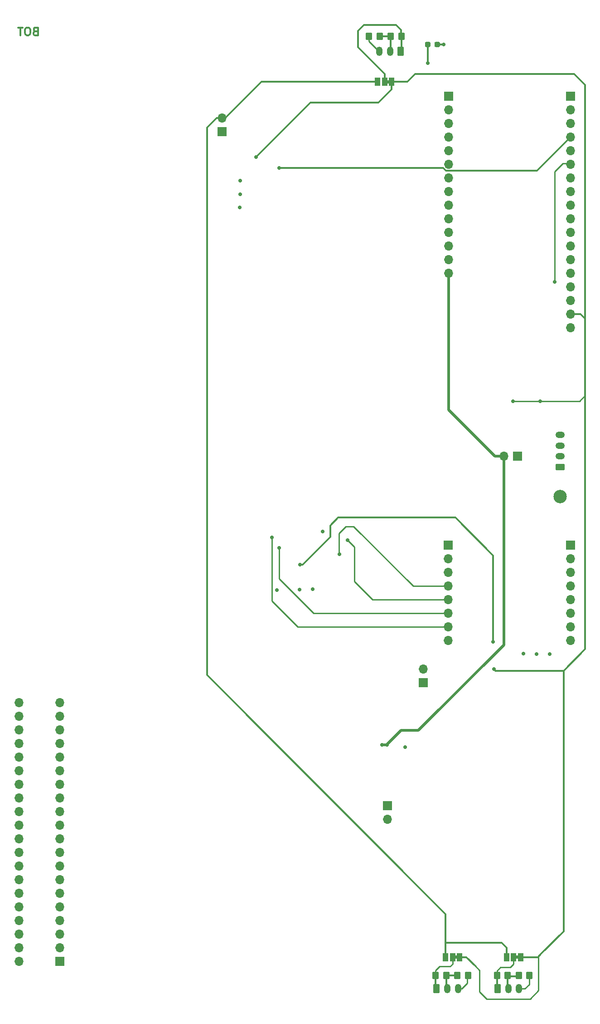
<source format=gbr>
%TF.GenerationSoftware,KiCad,Pcbnew,7.0.1*%
%TF.CreationDate,2023-12-13T20:39:24+01:00*%
%TF.ProjectId,big_pcb,6269675f-7063-4622-9e6b-696361645f70,rev?*%
%TF.SameCoordinates,Original*%
%TF.FileFunction,Copper,L4,Bot*%
%TF.FilePolarity,Positive*%
%FSLAX46Y46*%
G04 Gerber Fmt 4.6, Leading zero omitted, Abs format (unit mm)*
G04 Created by KiCad (PCBNEW 7.0.1) date 2023-12-13 20:39:24*
%MOMM*%
%LPD*%
G01*
G04 APERTURE LIST*
G04 Aperture macros list*
%AMRoundRect*
0 Rectangle with rounded corners*
0 $1 Rounding radius*
0 $2 $3 $4 $5 $6 $7 $8 $9 X,Y pos of 4 corners*
0 Add a 4 corners polygon primitive as box body*
4,1,4,$2,$3,$4,$5,$6,$7,$8,$9,$2,$3,0*
0 Add four circle primitives for the rounded corners*
1,1,$1+$1,$2,$3*
1,1,$1+$1,$4,$5*
1,1,$1+$1,$6,$7*
1,1,$1+$1,$8,$9*
0 Add four rect primitives between the rounded corners*
20,1,$1+$1,$2,$3,$4,$5,0*
20,1,$1+$1,$4,$5,$6,$7,0*
20,1,$1+$1,$6,$7,$8,$9,0*
20,1,$1+$1,$8,$9,$2,$3,0*%
G04 Aperture macros list end*
%ADD10C,0.300000*%
%TA.AperFunction,NonConductor*%
%ADD11C,0.300000*%
%TD*%
%TA.AperFunction,ComponentPad*%
%ADD12R,1.700000X1.700000*%
%TD*%
%TA.AperFunction,ComponentPad*%
%ADD13O,1.700000X1.700000*%
%TD*%
%TA.AperFunction,ComponentPad*%
%ADD14RoundRect,0.250000X0.350000X0.625000X-0.350000X0.625000X-0.350000X-0.625000X0.350000X-0.625000X0*%
%TD*%
%TA.AperFunction,ComponentPad*%
%ADD15O,1.200000X1.750000*%
%TD*%
%TA.AperFunction,ComponentPad*%
%ADD16RoundRect,0.250000X0.625000X-0.350000X0.625000X0.350000X-0.625000X0.350000X-0.625000X-0.350000X0*%
%TD*%
%TA.AperFunction,ComponentPad*%
%ADD17O,1.750000X1.200000*%
%TD*%
%TA.AperFunction,ComponentPad*%
%ADD18RoundRect,0.250000X-0.350000X-0.625000X0.350000X-0.625000X0.350000X0.625000X-0.350000X0.625000X0*%
%TD*%
%TA.AperFunction,ComponentPad*%
%ADD19C,2.500000*%
%TD*%
%TA.AperFunction,SMDPad,CuDef*%
%ADD20RoundRect,0.250000X0.350000X0.450000X-0.350000X0.450000X-0.350000X-0.450000X0.350000X-0.450000X0*%
%TD*%
%TA.AperFunction,SMDPad,CuDef*%
%ADD21RoundRect,0.250000X-0.350000X-0.450000X0.350000X-0.450000X0.350000X0.450000X-0.350000X0.450000X0*%
%TD*%
%TA.AperFunction,SMDPad,CuDef*%
%ADD22R,1.000000X1.500000*%
%TD*%
%TA.AperFunction,SMDPad,CuDef*%
%ADD23RoundRect,0.237500X0.287500X0.237500X-0.287500X0.237500X-0.287500X-0.237500X0.287500X-0.237500X0*%
%TD*%
%TA.AperFunction,ViaPad*%
%ADD24C,0.700000*%
%TD*%
%TA.AperFunction,Conductor*%
%ADD25C,0.500000*%
%TD*%
%TA.AperFunction,Conductor*%
%ADD26C,0.300000*%
%TD*%
%TA.AperFunction,Conductor*%
%ADD27C,0.250000*%
%TD*%
G04 APERTURE END LIST*
D10*
D11*
X151602857Y-52410714D02*
X151388571Y-52482142D01*
X151388571Y-52482142D02*
X151317142Y-52553571D01*
X151317142Y-52553571D02*
X151245714Y-52696428D01*
X151245714Y-52696428D02*
X151245714Y-52910714D01*
X151245714Y-52910714D02*
X151317142Y-53053571D01*
X151317142Y-53053571D02*
X151388571Y-53125000D01*
X151388571Y-53125000D02*
X151531428Y-53196428D01*
X151531428Y-53196428D02*
X152102857Y-53196428D01*
X152102857Y-53196428D02*
X152102857Y-51696428D01*
X152102857Y-51696428D02*
X151602857Y-51696428D01*
X151602857Y-51696428D02*
X151460000Y-51767857D01*
X151460000Y-51767857D02*
X151388571Y-51839285D01*
X151388571Y-51839285D02*
X151317142Y-51982142D01*
X151317142Y-51982142D02*
X151317142Y-52125000D01*
X151317142Y-52125000D02*
X151388571Y-52267857D01*
X151388571Y-52267857D02*
X151460000Y-52339285D01*
X151460000Y-52339285D02*
X151602857Y-52410714D01*
X151602857Y-52410714D02*
X152102857Y-52410714D01*
X150317142Y-51696428D02*
X150031428Y-51696428D01*
X150031428Y-51696428D02*
X149888571Y-51767857D01*
X149888571Y-51767857D02*
X149745714Y-51910714D01*
X149745714Y-51910714D02*
X149674285Y-52196428D01*
X149674285Y-52196428D02*
X149674285Y-52696428D01*
X149674285Y-52696428D02*
X149745714Y-52982142D01*
X149745714Y-52982142D02*
X149888571Y-53125000D01*
X149888571Y-53125000D02*
X150031428Y-53196428D01*
X150031428Y-53196428D02*
X150317142Y-53196428D01*
X150317142Y-53196428D02*
X150460000Y-53125000D01*
X150460000Y-53125000D02*
X150602857Y-52982142D01*
X150602857Y-52982142D02*
X150674285Y-52696428D01*
X150674285Y-52696428D02*
X150674285Y-52196428D01*
X150674285Y-52196428D02*
X150602857Y-51910714D01*
X150602857Y-51910714D02*
X150460000Y-51767857D01*
X150460000Y-51767857D02*
X150317142Y-51696428D01*
X149245713Y-51696428D02*
X148388571Y-51696428D01*
X148817142Y-53196428D02*
X148817142Y-51696428D01*
%TA.AperFunction,EtchedComponent*%
%TO.C,JP5*%
G36*
X241850000Y-225390000D02*
G01*
X241350000Y-225390000D01*
X241350000Y-224790000D01*
X241850000Y-224790000D01*
X241850000Y-225390000D01*
G37*
%TD.AperFunction*%
%TA.AperFunction,EtchedComponent*%
%TO.C,JP6*%
G36*
X217760000Y-62120000D02*
G01*
X217260000Y-62120000D01*
X217260000Y-61520000D01*
X217760000Y-61520000D01*
X217760000Y-62120000D01*
G37*
%TD.AperFunction*%
%TA.AperFunction,EtchedComponent*%
%TO.C,JP4*%
G36*
X230450000Y-225390000D02*
G01*
X229950000Y-225390000D01*
X229950000Y-224790000D01*
X230450000Y-224790000D01*
X230450000Y-225390000D01*
G37*
%TD.AperFunction*%
%TD*%
D12*
%TO.P,JP2,1,A*%
%TO.N,Net-(JP2-A)*%
X224120000Y-173900000D03*
D13*
%TO.P,JP2,2,B*%
%TO.N,+3.3VA*%
X224120000Y-171360000D03*
%TD*%
D14*
%TO.P,J10,1,Pin_1*%
%TO.N,Net-(J10-Pin_1)*%
X219860000Y-56130000D03*
D15*
%TO.P,J10,2,Pin_2*%
%TO.N,/HALL_TOP*%
X217860000Y-56130000D03*
%TO.P,J10,3,Pin_3*%
%TO.N,GND*%
X215860000Y-56130000D03*
%TD*%
D12*
%TO.P,JP3,1,A*%
%TO.N,Net-(JP3-A)*%
X186477500Y-71140000D03*
D13*
%TO.P,JP3,2,B*%
%TO.N,+3.3VP*%
X186477500Y-68600000D03*
%TD*%
D12*
%TO.P,J4,1,Pin_1*%
%TO.N,unconnected-(J4-Pin_1-Pad1)*%
X228710000Y-148250000D03*
D13*
%TO.P,J4,2,Pin_2*%
%TO.N,unconnected-(J4-Pin_2-Pad2)*%
X228710000Y-150790000D03*
%TO.P,J4,3,Pin_3*%
%TO.N,unconnected-(J4-Pin_3-Pad3)*%
X228710000Y-153330000D03*
%TO.P,J4,4,Pin_4*%
%TO.N,/SD_D5_SCK*%
X228710000Y-155870000D03*
%TO.P,J4,5,Pin_5*%
%TO.N,/SD_D6_MISO*%
X228710000Y-158410000D03*
%TO.P,J4,6,Pin_6*%
%TO.N,/SD_D7_MOSI*%
X228710000Y-160950000D03*
%TO.P,J4,7,Pin_7*%
%TO.N,/SD_D8_CS*%
X228710000Y-163490000D03*
%TO.P,J4,8,Pin_8*%
%TO.N,+3.3VA*%
X228710000Y-166030000D03*
%TD*%
D12*
%TO.P,J1,1,Pin_1*%
%TO.N,/SPI_CS*%
X228800000Y-64530000D03*
D13*
%TO.P,J1,2,Pin_2*%
%TO.N,Net-(J1-Pin_2)*%
X228800000Y-67070000D03*
%TO.P,J1,3,Pin_3*%
%TO.N,Net-(J1-Pin_3)*%
X228800000Y-69610000D03*
%TO.P,J1,4,Pin_4*%
%TO.N,/SPI_MISO*%
X228800000Y-72150000D03*
%TO.P,J1,5,Pin_5*%
%TO.N,/DVP_Y5*%
X228800000Y-74690000D03*
%TO.P,J1,6,Pin_6*%
%TO.N,/DVP_PCLK*%
X228800000Y-77230000D03*
%TO.P,J1,7,Pin_7*%
%TO.N,/VSYNC*%
X228800000Y-79770000D03*
%TO.P,J1,8,Pin_8*%
%TO.N,/DVP_Y7*%
X228800000Y-82310000D03*
%TO.P,J1,9,Pin_9*%
%TO.N,/DISP_HRDY*%
X228800000Y-84850000D03*
%TO.P,J1,10,Pin_10*%
%TO.N,/DISP_RST*%
X228800000Y-87390000D03*
%TO.P,J1,11,Pin_11*%
%TO.N,unconnected-(J1-Pin_11-Pad11)*%
X228800000Y-89930000D03*
%TO.P,J1,12,Pin_12*%
%TO.N,/D-*%
X228800000Y-92470000D03*
%TO.P,J1,13,Pin_13*%
%TO.N,/D+*%
X228800000Y-95010000D03*
%TO.P,J1,14,Pin_14*%
%TO.N,+5V*%
X228800000Y-97550000D03*
%TD*%
D16*
%TO.P,J6,1,Pin_1*%
%TO.N,GND*%
X249650000Y-133690000D03*
D17*
%TO.P,J6,2,Pin_2*%
%TO.N,Net-(J6-Pin_2)*%
X249650000Y-131690000D03*
%TO.P,J6,3,Pin_3*%
%TO.N,/SCL*%
X249650000Y-129690000D03*
%TO.P,J6,4,Pin_4*%
%TO.N,/SDA*%
X249650000Y-127690000D03*
%TD*%
D18*
%TO.P,J9,1,Pin_1*%
%TO.N,Net-(J9-Pin_1)*%
X237960000Y-231000000D03*
D15*
%TO.P,J9,2,Pin_2*%
%TO.N,/HALL_RIGHT*%
X239960000Y-231000000D03*
%TO.P,J9,3,Pin_3*%
%TO.N,GND*%
X241960000Y-231000000D03*
%TD*%
D12*
%TO.P,JP8,1,A*%
%TO.N,Net-(J6-Pin_2)*%
X241660000Y-131660000D03*
D13*
%TO.P,JP8,2,B*%
%TO.N,+5V*%
X239120000Y-131660000D03*
%TD*%
D12*
%TO.P,J2,1,Pin_1*%
%TO.N,/LED*%
X251580000Y-64520000D03*
D13*
%TO.P,J2,2,Pin_2*%
%TO.N,/SW_DISP_SD*%
X251580000Y-67060000D03*
%TO.P,J2,3,Pin_3*%
%TO.N,/HALL_TOP*%
X251580000Y-69600000D03*
%TO.P,J2,4,Pin_4*%
%TO.N,/EN_PWR_HALL*%
X251580000Y-72140000D03*
%TO.P,J2,5,Pin_5*%
%TO.N,/DVP_Y6*%
X251580000Y-74680000D03*
%TO.P,J2,6,Pin_6*%
%TO.N,/HALL_LEFT*%
X251580000Y-77220000D03*
%TO.P,J2,7,Pin_7*%
%TO.N,/EN_PWR_DISP*%
X251580000Y-79760000D03*
%TO.P,J2,8,Pin_8*%
%TO.N,/EN_PWR_SD*%
X251580000Y-82300000D03*
%TO.P,J2,9,Pin_9*%
%TO.N,/CAM_SDA*%
X251580000Y-84840000D03*
%TO.P,J2,10,Pin_10*%
%TO.N,/CAM_SCL*%
X251580000Y-87380000D03*
%TO.P,J2,11,Pin_11*%
%TO.N,/HALL_RIGHT*%
X251580000Y-89920000D03*
%TO.P,J2,12,Pin_12*%
%TO.N,/BATT_SCL*%
X251580000Y-92460000D03*
%TO.P,J2,13,Pin_13*%
%TO.N,/BATT_SDA*%
X251580000Y-95000000D03*
%TO.P,J2,14,Pin_14*%
%TO.N,unconnected-(J2-Pin_14-Pad14)*%
X251580000Y-97540000D03*
%TO.P,J2,15,Pin_15*%
%TO.N,GND*%
X251580000Y-100080000D03*
%TO.P,J2,16,Pin_16*%
%TO.N,unconnected-(J2-Pin_16-Pad16)*%
X251580000Y-102620000D03*
%TO.P,J2,17,Pin_17*%
%TO.N,+3.3V*%
X251580000Y-105160000D03*
%TO.P,J2,18,Pin_18*%
%TO.N,/ESP_RST#*%
X251580000Y-107700000D03*
%TD*%
D18*
%TO.P,J8,1,Pin_1*%
%TO.N,Net-(J8-Pin_1)*%
X226560000Y-231000000D03*
D15*
%TO.P,J8,2,Pin_2*%
%TO.N,/HALL_LEFT*%
X228560000Y-231000000D03*
%TO.P,J8,3,Pin_3*%
%TO.N,GND*%
X230560000Y-231000000D03*
%TD*%
D12*
%TO.P,JP1,1,A*%
%TO.N,Net-(JP1-A)*%
X217350000Y-196840000D03*
D13*
%TO.P,JP1,2,B*%
%TO.N,+5VD*%
X217350000Y-199380000D03*
%TD*%
D19*
%TO.P,TP4,1,1*%
%TO.N,GND*%
X249680000Y-139220000D03*
%TD*%
D12*
%TO.P,J5,1,Pin_1*%
%TO.N,unconnected-(J5-Pin_1-Pad1)*%
X251570000Y-148250000D03*
D13*
%TO.P,J5,2,Pin_2*%
%TO.N,unconnected-(J5-Pin_2-Pad2)*%
X251570000Y-150790000D03*
%TO.P,J5,3,Pin_3*%
%TO.N,unconnected-(J5-Pin_3-Pad3)*%
X251570000Y-153330000D03*
%TO.P,J5,4,Pin_4*%
%TO.N,unconnected-(J5-Pin_4-Pad4)*%
X251570000Y-155870000D03*
%TO.P,J5,5,Pin_5*%
%TO.N,unconnected-(J5-Pin_5-Pad5)*%
X251570000Y-158410000D03*
%TO.P,J5,6,Pin_6*%
%TO.N,unconnected-(J5-Pin_6-Pad6)*%
X251570000Y-160950000D03*
%TO.P,J5,7,Pin_7*%
%TO.N,GND*%
X251570000Y-163490000D03*
%TO.P,J5,8,Pin_8*%
%TO.N,unconnected-(J5-Pin_8-Pad8)*%
X251570000Y-166030000D03*
%TD*%
D20*
%TO.P,R34,1*%
%TO.N,GND*%
X243920000Y-228510000D03*
%TO.P,R34,2*%
%TO.N,/HALL_RIGHT*%
X241920000Y-228510000D03*
%TD*%
D21*
%TO.P,R21,1*%
%TO.N,Net-(J8-Pin_1)*%
X226380000Y-228510000D03*
%TO.P,R21,2*%
%TO.N,/HALL_LEFT*%
X228380000Y-228510000D03*
%TD*%
D12*
%TO.P,J3,1,Pin_1*%
%TO.N,Net-(J3-Pin_1)*%
X156140000Y-225890000D03*
D13*
%TO.P,J3,2,Pin_2*%
%TO.N,+5VD*%
X148520000Y-225890000D03*
%TO.P,J3,3,Pin_3*%
%TO.N,/DISP_SDA*%
X156140000Y-223350000D03*
%TO.P,J3,4,Pin_4*%
%TO.N,+5VD*%
X148520000Y-223350000D03*
%TO.P,J3,5,Pin_5*%
%TO.N,/DISP_SCL*%
X156140000Y-220810000D03*
%TO.P,J3,6,Pin_6*%
%TO.N,GND*%
X148520000Y-220810000D03*
%TO.P,J3,7,Pin_7*%
%TO.N,/P4_free*%
X156140000Y-218270000D03*
%TO.P,J3,8,Pin_8*%
%TO.N,/P_TX_free*%
X148520000Y-218270000D03*
%TO.P,J3,9,Pin_9*%
%TO.N,GND*%
X156140000Y-215730000D03*
%TO.P,J3,10,Pin_10*%
%TO.N,/P_RX_free*%
X148520000Y-215730000D03*
%TO.P,J3,11,Pin_11*%
%TO.N,/DISP_RST*%
X156140000Y-213190000D03*
%TO.P,J3,12,Pin_12*%
%TO.N,/P18_free*%
X148520000Y-213190000D03*
%TO.P,J3,13,Pin_13*%
%TO.N,/P27_free*%
X156140000Y-210650000D03*
%TO.P,J3,14,Pin_14*%
%TO.N,GND*%
X148520000Y-210650000D03*
%TO.P,J3,15,Pin_15*%
%TO.N,/P22_free*%
X156140000Y-208110000D03*
%TO.P,J3,16,Pin_16*%
%TO.N,/P23_free*%
X148520000Y-208110000D03*
%TO.P,J3,17,Pin_17*%
%TO.N,Net-(J3-Pin_17)*%
X156140000Y-205570000D03*
%TO.P,J3,18,Pin_18*%
%TO.N,/DISP_HRDY*%
X148520000Y-205570000D03*
%TO.P,J3,19,Pin_19*%
%TO.N,/DISP_MOSI*%
X156140000Y-203030000D03*
%TO.P,J3,20,Pin_20*%
%TO.N,GND*%
X148520000Y-203030000D03*
%TO.P,J3,21,Pin_21*%
%TO.N,Net-(J3-Pin_21)*%
X156140000Y-200490000D03*
%TO.P,J3,22,Pin_22*%
%TO.N,/P25_free*%
X148520000Y-200490000D03*
%TO.P,J3,23,Pin_23*%
%TO.N,/DISP_SCK*%
X156140000Y-197950000D03*
%TO.P,J3,24,Pin_24*%
%TO.N,/DISP_CS*%
X148520000Y-197950000D03*
%TO.P,J3,25,Pin_25*%
%TO.N,GND*%
X156140000Y-195410000D03*
%TO.P,J3,26,Pin_26*%
%TO.N,/P_CS1_free*%
X148520000Y-195410000D03*
%TO.P,J3,27,Pin_27*%
%TO.N,/ID_SD*%
X156140000Y-192870000D03*
%TO.P,J3,28,Pin_28*%
%TO.N,/ID_SC_free*%
X148520000Y-192870000D03*
%TO.P,J3,29,Pin_29*%
%TO.N,/P5_free*%
X156140000Y-190330000D03*
%TO.P,J3,30,Pin_30*%
%TO.N,GND*%
X148520000Y-190330000D03*
%TO.P,J3,31,Pin_31*%
%TO.N,/P6_free*%
X156140000Y-187790000D03*
%TO.P,J3,32,Pin_32*%
%TO.N,/P12_free*%
X148520000Y-187790000D03*
%TO.P,J3,33,Pin_33*%
%TO.N,/P13_free*%
X156140000Y-185250000D03*
%TO.P,J3,34,Pin_34*%
%TO.N,GND*%
X148520000Y-185250000D03*
%TO.P,J3,35,Pin_35*%
%TO.N,/P19_free*%
X156140000Y-182710000D03*
%TO.P,J3,36,Pin_36*%
%TO.N,/P16_free*%
X148520000Y-182710000D03*
%TO.P,J3,37,Pin_37*%
%TO.N,/P26_free*%
X156140000Y-180170000D03*
%TO.P,J3,38,Pin_38*%
%TO.N,/P20_free*%
X148520000Y-180170000D03*
%TO.P,J3,39,Pin_39*%
%TO.N,GND*%
X156140000Y-177630000D03*
%TO.P,J3,40,Pin_40*%
%TO.N,/P21_free*%
X148520000Y-177630000D03*
%TD*%
D22*
%TO.P,JP5,1,A*%
%TO.N,+3.3V*%
X242250000Y-225090000D03*
%TO.P,JP5,2,C*%
%TO.N,Net-(J9-Pin_1)*%
X240950000Y-225090000D03*
%TO.P,JP5,3,B*%
%TO.N,+3.3VP*%
X239650000Y-225090000D03*
%TD*%
%TO.P,JP6,1,A*%
%TO.N,+3.3V*%
X218160000Y-61820000D03*
%TO.P,JP6,2,C*%
%TO.N,Net-(J10-Pin_1)*%
X216860000Y-61820000D03*
%TO.P,JP6,3,B*%
%TO.N,+3.3VP*%
X215560000Y-61820000D03*
%TD*%
D20*
%TO.P,R25,1*%
%TO.N,Net-(J10-Pin_1)*%
X220000000Y-53320000D03*
%TO.P,R25,2*%
%TO.N,/HALL_TOP*%
X218000000Y-53320000D03*
%TD*%
D22*
%TO.P,JP4,1,A*%
%TO.N,+3.3V*%
X230850000Y-225090000D03*
%TO.P,JP4,2,C*%
%TO.N,Net-(J8-Pin_1)*%
X229550000Y-225090000D03*
%TO.P,JP4,3,B*%
%TO.N,+3.3VP*%
X228250000Y-225090000D03*
%TD*%
D23*
%TO.P,D1,1,K*%
%TO.N,GND*%
X226687500Y-54830000D03*
%TO.P,D1,2,A*%
%TO.N,Net-(D1-A)*%
X224937500Y-54830000D03*
%TD*%
D20*
%TO.P,R36,1*%
%TO.N,GND*%
X232450000Y-228510000D03*
%TO.P,R36,2*%
%TO.N,/HALL_LEFT*%
X230450000Y-228510000D03*
%TD*%
D21*
%TO.P,R23,1*%
%TO.N,Net-(J9-Pin_1)*%
X237840000Y-228510000D03*
%TO.P,R23,2*%
%TO.N,/HALL_RIGHT*%
X239840000Y-228510000D03*
%TD*%
%TO.P,R32,1*%
%TO.N,GND*%
X213960000Y-53320000D03*
%TO.P,R32,2*%
%TO.N,/HALL_TOP*%
X215960000Y-53320000D03*
%TD*%
D24*
%TO.N,+5V*%
X216370000Y-185530000D03*
X217270000Y-185480000D03*
%TO.N,GND*%
X205320000Y-145720000D03*
X245260000Y-168550000D03*
X220690000Y-185900000D03*
X227850000Y-54840000D03*
X196750000Y-156610000D03*
X189842500Y-82800000D03*
X189772500Y-85230000D03*
X247720000Y-168570000D03*
X200960000Y-156580000D03*
X242770000Y-168520000D03*
X189892500Y-80290000D03*
X203440000Y-156480000D03*
%TO.N,+3.3V*%
X201090000Y-151870000D03*
X240830000Y-121370000D03*
X192832500Y-75870000D03*
X237140000Y-166300000D03*
X245960000Y-121370000D03*
X237260000Y-171390000D03*
%TO.N,Net-(D1-A)*%
X224910000Y-58370000D03*
%TO.N,/SD_D5_SCK*%
X208380000Y-149980000D03*
%TO.N,/SD_D6_MISO*%
X209910000Y-147310000D03*
%TO.N,/SD_D7_MOSI*%
X197150000Y-148770000D03*
%TO.N,/SD_D8_CS*%
X195840000Y-146820000D03*
%TO.N,/EN_PWR_HALL*%
X197132500Y-77920000D03*
%TO.N,/HALL_LEFT*%
X248640000Y-99180000D03*
%TD*%
D25*
%TO.N,+5V*%
X239120000Y-131660000D02*
X239120000Y-166840000D01*
X239120000Y-166840000D02*
X223170000Y-182790000D01*
X217580000Y-185170000D02*
X217270000Y-185480000D01*
X219960000Y-182790000D02*
X217580000Y-185170000D01*
X217580000Y-185170000D02*
X217220000Y-185530000D01*
X223170000Y-182790000D02*
X219960000Y-182790000D01*
X217220000Y-185530000D02*
X216370000Y-185530000D01*
X237470000Y-131660000D02*
X228800000Y-122990000D01*
X239120000Y-131660000D02*
X237470000Y-131660000D01*
X228800000Y-122990000D02*
X228800000Y-97550000D01*
D26*
%TO.N,GND*%
X226697500Y-54840000D02*
X226687500Y-54830000D01*
D27*
X231260000Y-231000000D02*
X232300000Y-229960000D01*
X230560000Y-231000000D02*
X231260000Y-231000000D01*
X232300000Y-228660000D02*
X232450000Y-228510000D01*
D26*
X227850000Y-54840000D02*
X226697500Y-54840000D01*
D27*
X241960000Y-231000000D02*
X243050000Y-231000000D01*
X215790000Y-56130000D02*
X215860000Y-56130000D01*
X232300000Y-229960000D02*
X232300000Y-228660000D01*
X213960000Y-53320000D02*
X213960000Y-54300000D01*
X243880000Y-230170000D02*
X243880000Y-228550000D01*
X243880000Y-228550000D02*
X243920000Y-228510000D01*
X243050000Y-231000000D02*
X243880000Y-230170000D01*
X213960000Y-54300000D02*
X215790000Y-56130000D01*
D26*
%TO.N,+3.3V*%
X215670000Y-65720000D02*
X218160000Y-63230000D01*
X230850000Y-225090000D02*
X232120000Y-225090000D01*
D27*
X245580000Y-231350000D02*
X245580000Y-224970000D01*
D26*
X254310000Y-84292943D02*
X254320000Y-84282943D01*
X254320000Y-84282943D02*
X254320000Y-62400000D01*
X218160000Y-63230000D02*
X218160000Y-61820000D01*
X253450000Y-105160000D02*
X251580000Y-105160000D01*
X237140000Y-150200000D02*
X230060000Y-143120000D01*
D27*
X253270000Y-121370000D02*
X254310000Y-120330000D01*
X245960000Y-121370000D02*
X253270000Y-121370000D01*
X234580000Y-231560000D02*
X235920000Y-232900000D01*
D26*
X250290000Y-220260000D02*
X245975000Y-224575000D01*
X237550000Y-171680000D02*
X237260000Y-171390000D01*
X252310000Y-60390000D02*
X222520000Y-60390000D01*
D27*
X240830000Y-121370000D02*
X245960000Y-121370000D01*
D26*
X254310000Y-106020000D02*
X254310000Y-120330000D01*
X254310000Y-106020000D02*
X253450000Y-105160000D01*
X245460000Y-225090000D02*
X245975000Y-224575000D01*
X208190000Y-143120000D02*
X206720000Y-144590000D01*
X206720000Y-144590000D02*
X206720000Y-146710000D01*
X242250000Y-225090000D02*
X245460000Y-225090000D01*
X221090000Y-61820000D02*
X218160000Y-61820000D01*
X232120000Y-225090000D02*
X233870000Y-226840000D01*
X222520000Y-60390000D02*
X221090000Y-61820000D01*
X250290000Y-171680000D02*
X250290000Y-220260000D01*
D27*
X244030000Y-232900000D02*
X245580000Y-231350000D01*
X234580000Y-227550000D02*
X234580000Y-231560000D01*
D26*
X250290000Y-171680000D02*
X237550000Y-171680000D01*
D27*
X245580000Y-224970000D02*
X245975000Y-224575000D01*
D26*
X202982500Y-65720000D02*
X215670000Y-65720000D01*
X201560000Y-151870000D02*
X201090000Y-151870000D01*
X254310000Y-106020000D02*
X254310000Y-84292943D01*
D27*
X233870000Y-226840000D02*
X234580000Y-227550000D01*
D26*
X230060000Y-143120000D02*
X208190000Y-143120000D01*
X254310000Y-167660000D02*
X250290000Y-171680000D01*
X206720000Y-146710000D02*
X201560000Y-151870000D01*
X254320000Y-62400000D02*
X252310000Y-60390000D01*
X192832500Y-75870000D02*
X202982500Y-65720000D01*
X237140000Y-166300000D02*
X237140000Y-150200000D01*
X254310000Y-120330000D02*
X254310000Y-167660000D01*
D27*
X235920000Y-232900000D02*
X244030000Y-232900000D01*
D26*
%TO.N,+3.3VP*%
X187080000Y-68600000D02*
X186477500Y-68600000D01*
X215560000Y-61820000D02*
X193860000Y-61820000D01*
X183650000Y-70380000D02*
X185430000Y-68600000D01*
X238740000Y-222450000D02*
X228250000Y-222450000D01*
X193860000Y-61820000D02*
X187080000Y-68600000D01*
X239650000Y-223360000D02*
X238740000Y-222450000D01*
X228250000Y-225090000D02*
X228250000Y-222450000D01*
X185430000Y-68600000D02*
X186477500Y-68600000D01*
X239650000Y-225090000D02*
X239650000Y-223360000D01*
X183650000Y-172450000D02*
X183650000Y-70380000D01*
X228250000Y-222450000D02*
X228250000Y-217050000D01*
X228250000Y-217050000D02*
X183650000Y-172450000D01*
%TO.N,Net-(J8-Pin_1)*%
X226380000Y-228510000D02*
X226380000Y-230820000D01*
D27*
X226380000Y-227610000D02*
X227160000Y-226830000D01*
X227160000Y-226830000D02*
X229080000Y-226830000D01*
X229550000Y-226360000D02*
X229550000Y-225090000D01*
X229080000Y-226830000D02*
X229550000Y-226360000D01*
X226380000Y-228510000D02*
X226380000Y-227610000D01*
%TO.N,Net-(J9-Pin_1)*%
X238490000Y-227020000D02*
X240350000Y-227020000D01*
X240950000Y-226420000D02*
X240950000Y-225090000D01*
X237840000Y-228510000D02*
X237840000Y-227670000D01*
X237840000Y-227670000D02*
X238490000Y-227020000D01*
X240350000Y-227020000D02*
X240950000Y-226420000D01*
D26*
X237840000Y-228650000D02*
X237840000Y-231110000D01*
%TO.N,Net-(J10-Pin_1)*%
X211880000Y-55370000D02*
X211880000Y-52360000D01*
X216860000Y-60350000D02*
X211880000Y-55370000D01*
X220000000Y-53320000D02*
X220000000Y-55800000D01*
X219020000Y-51230000D02*
X219950000Y-52160000D01*
X220000000Y-55800000D02*
X219860000Y-55940000D01*
X219950000Y-53270000D02*
X220000000Y-53320000D01*
X216860000Y-61820000D02*
X216860000Y-60350000D01*
X211880000Y-52360000D02*
X213010000Y-51230000D01*
X219950000Y-52160000D02*
X219950000Y-53270000D01*
X219890000Y-55970000D02*
X219860000Y-55940000D01*
X213010000Y-51230000D02*
X219020000Y-51230000D01*
%TO.N,Net-(D1-A)*%
X224910000Y-54857500D02*
X224937500Y-54830000D01*
X224910000Y-58340000D02*
X224910000Y-54857500D01*
D27*
%TO.N,/SD_D5_SCK*%
X208380000Y-149980000D02*
X208330000Y-149930000D01*
X209620000Y-144740000D02*
X211070000Y-144740000D01*
X224140000Y-155870000D02*
X222910000Y-155870000D01*
X211070000Y-144740000D02*
X222200000Y-155870000D01*
X222200000Y-155870000D02*
X222910000Y-155870000D01*
X208330000Y-149930000D02*
X208330000Y-146030000D01*
X208330000Y-146030000D02*
X209620000Y-144740000D01*
X228710000Y-155870000D02*
X224140000Y-155870000D01*
%TO.N,/SD_D6_MISO*%
X216320000Y-158410000D02*
X214630000Y-158410000D01*
X214630000Y-158410000D02*
X211230000Y-155010000D01*
X228710000Y-158410000D02*
X223350000Y-158410000D01*
X211230000Y-155010000D02*
X211230000Y-148630000D01*
X211230000Y-148630000D02*
X209910000Y-147310000D01*
X223350000Y-158410000D02*
X216320000Y-158410000D01*
%TO.N,/SD_D7_MOSI*%
X203590000Y-160950000D02*
X197150000Y-154510000D01*
X228710000Y-160950000D02*
X203590000Y-160950000D01*
X197150000Y-154510000D02*
X197150000Y-148770000D01*
%TO.N,/SD_D8_CS*%
X195840000Y-146820000D02*
X195820000Y-146840000D01*
X195820000Y-146840000D02*
X195820000Y-158700000D01*
X195820000Y-158700000D02*
X200610000Y-163490000D01*
X200610000Y-163490000D02*
X228710000Y-163490000D01*
D26*
%TO.N,/HALL_TOP*%
X218000000Y-55800000D02*
X217860000Y-55940000D01*
X218000000Y-53320000D02*
X218000000Y-55800000D01*
X218000000Y-53320000D02*
X215960000Y-53320000D01*
%TO.N,/EN_PWR_HALL*%
X228302943Y-78430000D02*
X245290000Y-78430000D01*
X227792943Y-77920000D02*
X228302943Y-78430000D01*
X197132500Y-77920000D02*
X227792943Y-77920000D01*
X245290000Y-78430000D02*
X251580000Y-72140000D01*
D27*
%TO.N,/HALL_LEFT*%
X250160000Y-77050000D02*
X251410000Y-77050000D01*
X248630000Y-78580000D02*
X250160000Y-77050000D01*
D26*
X228380000Y-228510000D02*
X228380000Y-230820000D01*
D27*
X251410000Y-77050000D02*
X251580000Y-77220000D01*
X248640000Y-99180000D02*
X248630000Y-99170000D01*
X248630000Y-99170000D02*
X248630000Y-78580000D01*
D26*
X230450000Y-228510000D02*
X228380000Y-228510000D01*
%TO.N,/HALL_RIGHT*%
X241920000Y-228650000D02*
X239840000Y-228650000D01*
X239840000Y-228650000D02*
X239840000Y-231110000D01*
%TD*%
M02*

</source>
